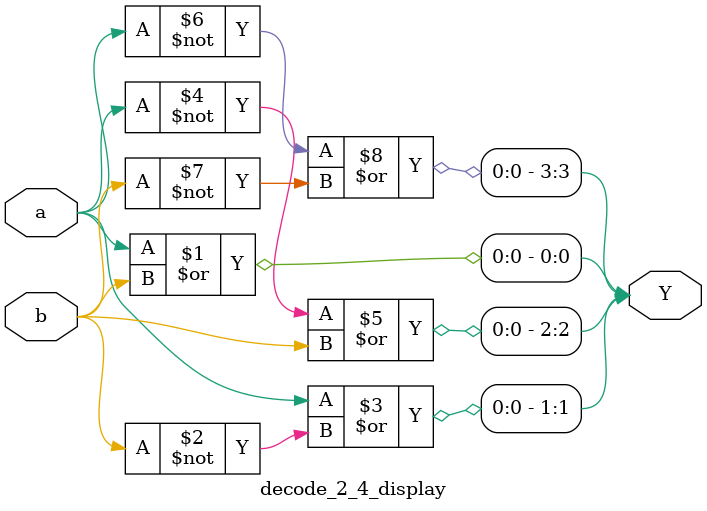
<source format=v>
`timescale 1ns / 1ps


module decode_2_4_display(
    input a,
    input b,
    output [3:0]Y
    );


    assign Y[0] = a|b;
    assign Y[1] = a|~b;
    assign Y[2]= ~a|b;
    assign Y[3] = ~a|~b;
/*
    assign Y[0] = a|b;
    assign Y[2] = ~(~a&b);
    assign Y[1]= ~(a&~b);
    assign Y[3] = ~a|~b;
  */  
endmodule

</source>
